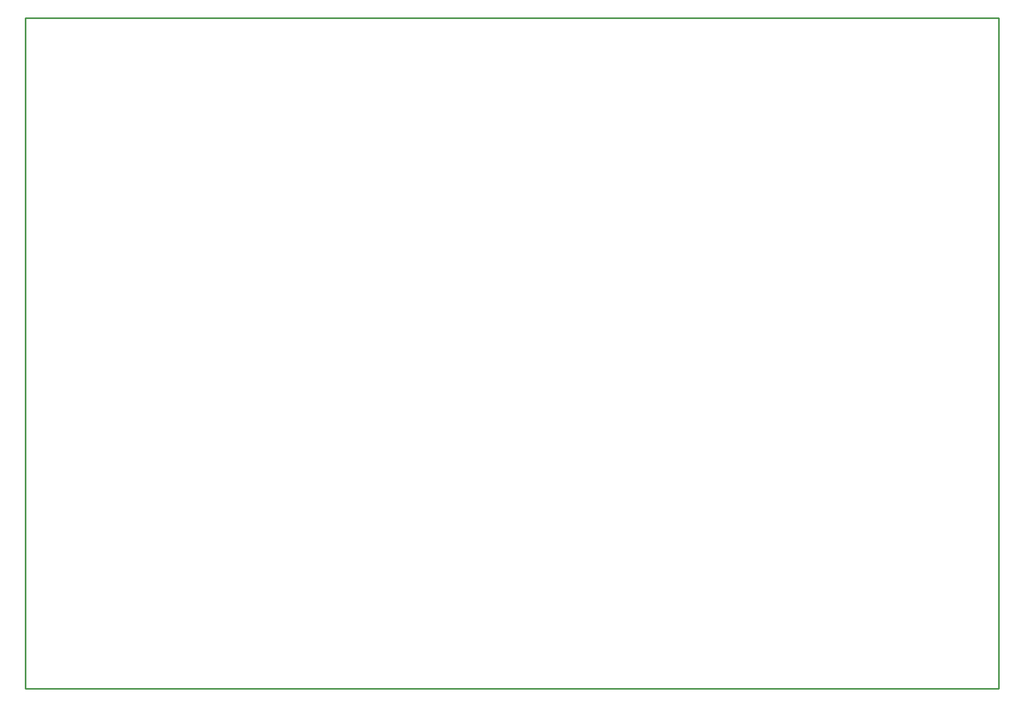
<source format=gbr>
G04 EAGLE Gerber RS-274X export*
G75*
%MOMM*%
%FSLAX34Y34*%
%LPD*%
%IN*%
%IPPOS*%
%AMOC8*
5,1,8,0,0,1.08239X$1,22.5*%
G01*
%ADD10C,0.254000*%


D10*
X63500Y-76200D02*
X1625400Y-76200D01*
X1625400Y1000000D01*
X63500Y1000000D01*
X63500Y-76200D01*
M02*

</source>
